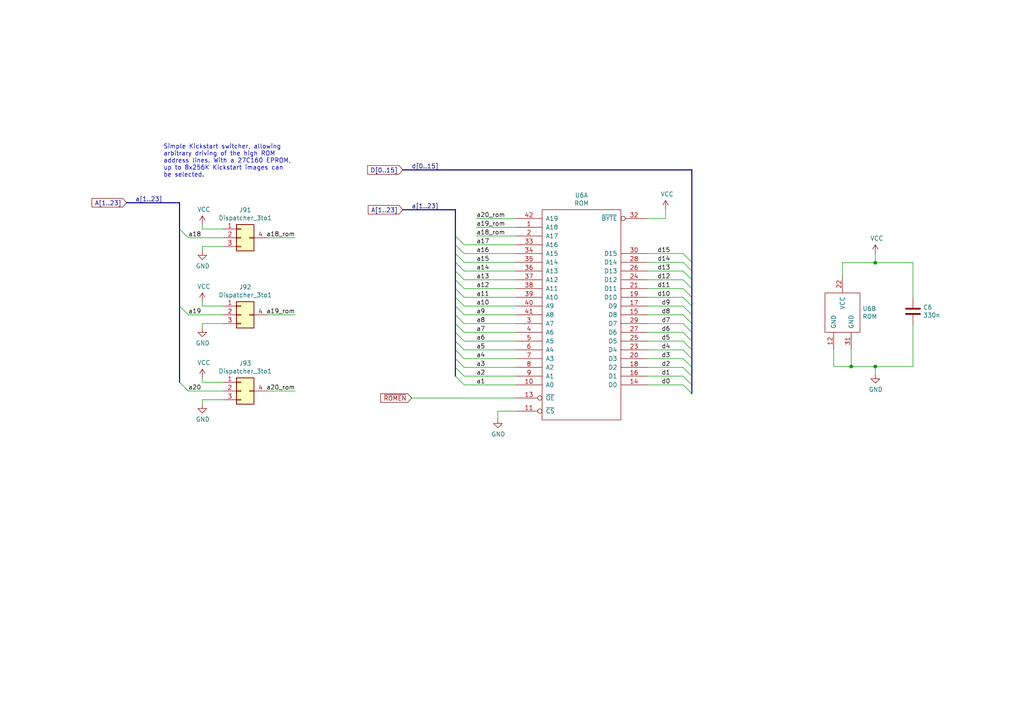
<source format=kicad_sch>
(kicad_sch (version 20250114) (generator "eeschema") (generator_version "9.0")
  (paper "A4")
  (title_block (title "Rämixx500") (date "2019-04-20") (rev "1") (company "SukkoPera") (comment 4 "Licensed under CC BY-NC-SA 4.0"))
  (lib_symbols
    (symbol "AMIGA_ROM:AMIGA_ROM" (pin_names (offset 1.016))
      (property "Reference" "U" (at 0 -2.54 0))
      (property "Value" "AMIGA_ROM" (at 0 2.54 0))
      (symbol "AMIGA_ROM_1_0"
        (rectangle (start -11.43 -30.48) (end 11.43 30.48))
      )
      (symbol "AMIGA_ROM_1_1"
        (pin input line (at -19.05 27.94 0) (length 7.62) (name "A19") (number "42"))
        (pin input line (at -19.05 25.4 0) (length 7.62) (name "A18") (number "1"))
        (pin input line (at -19.05 22.86 0) (length 7.62) (name "A17") (number "2"))
        (pin input line (at -19.05 20.32 0) (length 7.62) (name "A16") (number "33"))
        (pin input line (at -19.05 17.78 0) (length 7.62) (name "A15") (number "34"))
        (pin input line (at -19.05 15.24 0) (length 7.62) (name "A14") (number "35"))
        (pin input line (at -19.05 12.7 0) (length 7.62) (name "A13") (number "36"))
        (pin input line (at -19.05 10.16 0) (length 7.62) (name "A12") (number "37"))
        (pin input line (at -19.05 7.62 0) (length 7.62) (name "A11") (number "38"))
        (pin input line (at -19.05 5.08 0) (length 7.62) (name "A10") (number "39"))
        (pin input line (at -19.05 2.54 0) (length 7.62) (name "A9") (number "40"))
        (pin input line (at -19.05 0 0) (length 7.62) (name "A8") (number "41"))
        (pin input line (at -19.05 -2.54 0) (length 7.62) (name "A7") (number "3"))
        (pin input line (at -19.05 -5.08 0) (length 7.62) (name "A6") (number "4"))
        (pin input line (at -19.05 -7.62 0) (length 7.62) (name "A5") (number "5"))
        (pin input line (at -19.05 -10.16 0) (length 7.62) (name "A4") (number "6"))
        (pin input line (at -19.05 -12.7 0) (length 7.62) (name "A3") (number "7"))
        (pin input line (at -19.05 -15.24 0) (length 7.62) (name "A2") (number "8"))
        (pin input line (at -19.05 -17.78 0) (length 7.62) (name "A1") (number "9"))
        (pin input line (at -19.05 -20.32 0) (length 7.62) (name "A0") (number "10"))
        (pin input inverted (at -19.05 -24.13 0) (length 7.62) (name "~{OE}") (number "13"))
        (pin input inverted (at -19.05 -27.94 0) (length 7.62) (name "~{CS}") (number "11"))
        (pin input inverted (at 19.05 27.94 180) (length 7.62) (name "~{BYTE}") (number "32"))
        (pin tri_state line (at 19.05 17.78 180) (length 7.62) (name "D15") (number "30"))
        (pin tri_state line (at 19.05 15.24 180) (length 7.62) (name "D14") (number "28"))
        (pin tri_state line (at 19.05 12.7 180) (length 7.62) (name "D13") (number "26"))
        (pin tri_state line (at 19.05 10.16 180) (length 7.62) (name "D12") (number "24"))
        (pin tri_state line (at 19.05 7.62 180) (length 7.62) (name "D11") (number "21"))
        (pin tri_state line (at 19.05 5.08 180) (length 7.62) (name "D10") (number "19"))
        (pin tri_state line (at 19.05 2.54 180) (length 7.62) (name "D9") (number "17"))
        (pin tri_state line (at 19.05 0 180) (length 7.62) (name "D8") (number "15"))
        (pin tri_state line (at 19.05 -2.54 180) (length 7.62) (name "D7") (number "29"))
        (pin tri_state line (at 19.05 -5.08 180) (length 7.62) (name "D6") (number "27"))
        (pin tri_state line (at 19.05 -7.62 180) (length 7.62) (name "D5") (number "25"))
        (pin tri_state line (at 19.05 -10.16 180) (length 7.62) (name "D4") (number "23"))
        (pin tri_state line (at 19.05 -12.7 180) (length 7.62) (name "D3") (number "20"))
        (pin tri_state line (at 19.05 -15.24 180) (length 7.62) (name "D2") (number "18"))
        (pin tri_state line (at 19.05 -17.78 180) (length 7.62) (name "D1") (number "16"))
        (pin tri_state line (at 19.05 -20.32 180) (length 7.62) (name "D0") (number "14"))
      )
      (symbol "AMIGA_ROM_2_0"
        (rectangle (start -5.08 -5.08) (end 5.08 6.35))
      )
      (symbol "AMIGA_ROM_2_1"
        (pin power_in line (at -2.54 -10.16 90) (length 5.08) (name "GND") (number "12"))
        (pin power_in line (at 0 11.43 270) (length 5.08) (name "VCC") (number "22"))
        (pin power_in line (at 2.54 -10.16 90) (length 5.08) (name "GND") (number "31"))
      )
    )
    (symbol "Device:C" (pin_numbers (hide yes)) (pin_names (offset 0.254))
      (property "Reference" "C" (at 0.635 2.54 0))
      (property "Value" "C" (at 0.635 -2.54 0))
      (symbol "C_0_1"
        (polyline (pts (xy -2.032 0.762) (xy 2.032 0.762)) (stroke (width 0.508)))
        (polyline (pts (xy -2.032 -0.762) (xy 2.032 -0.762)) (stroke (width 0.508)))
      )
      (symbol "C_1_1"
        (pin passive line (at 0 3.81 270) (length 2.794) (name "~") (number "1"))
        (pin passive line (at 0 -3.81 90) (length 2.794) (name "~") (number "2"))
      )
    )
    (symbol "Dispatcher:Dispatcher_3to1" (pin_names (offset 1.016) (hide yes))
      (property "Reference" "J" (at 1.27 5.08 0))
      (property "Value" "Dispatcher_3to1" (at 1.27 -5.08 0))
      (symbol "Dispatcher_3to1_1_1"
        (rectangle (start -1.27 3.81) (end 3.81 -3.81) (stroke (width 0.254)) (fill (type background)))
        (rectangle (start -1.27 2.667) (end 0 2.413) (stroke (width 0.1524)))
        (rectangle (start -1.27 0.127) (end 0 -0.127) (stroke (width 0.1524)))
        (rectangle (start -1.27 -2.413) (end 0 -2.667) (stroke (width 0.1524)))
        (rectangle (start 3.81 0.127) (end 2.54 -0.127) (stroke (width 0.1524)))
        (pin passive line (at -5.08 2.54 0) (length 3.81) (name "In_1") (number "1"))
        (pin passive line (at -5.08 0 0) (length 3.81) (name "In_2") (number "2"))
        (pin passive line (at -5.08 -2.54 0) (length 3.81) (name "In_3") (number "3"))
        (pin passive line (at 7.62 0 180) (length 3.81) (name "Out") (number "4"))
      )
    )
    (symbol "power:GND" (power) (pin_numbers (hide yes)) (pin_names (offset 0) (hide yes))
      (property "Value" "GND" (at 0 -3.81 0))
      (symbol "GND_0_1"
        (polyline (pts (xy 0 0) (xy 0 -1.27) (xy 1.27 -1.27) (xy 0 -2.54) (xy -1.27 -1.27) (xy 0 -1.27)))
      )
      (symbol "GND_1_1"
        (pin power_in line (at 0 0 270) (length 0) (name "~") (number "1"))
      )
    )
    (symbol "power:VCC" (power) (pin_numbers (hide yes)) (pin_names (offset 0) (hide yes))
      (property "Value" "VCC" (at 0 3.556 0))
      (symbol "VCC_0_1"
        (polyline (pts (xy -0.762 1.27) (xy 0 2.54)))
        (polyline (pts (xy 0 2.54) (xy 0.762 1.27)))
        (polyline (pts (xy 0 0) (xy 0 2.54)))
      )
      (symbol "VCC_1_1"
        (pin power_in line (at 0 0 90) (length 0) (name "~") (number "1"))
      )
    )
  )
  (text "Simple Kickstart switcher, allowing\narbitrary driving of the high ROM\naddress lines. With a 27C160 EPROM,\nup to 8x256K Kickstart images can\nbe selected." (at 47.371 51.562 0) (effects (font (size 1.27 1.27)) (justify left bottom)))
  (junction (at 253.873 76.2))
  (junction (at 253.873 106.299))
  (junction (at 246.888 106.299))
  (bus_entry (at 198.12 76.073) (size 2.54 2.54))
  (bus_entry (at 198.12 104.013) (size 2.54 2.54))
  (bus_entry (at 134.62 73.533) (size -2.54 -2.54))
  (bus_entry (at 134.62 109.093) (size -2.54 -2.54))
  (bus_entry (at 134.62 86.233) (size -2.54 -2.54))
  (bus_entry (at 198.12 106.553) (size 2.54 2.54))
  (bus_entry (at 134.62 83.693) (size -2.54 -2.54))
  (bus_entry (at 134.62 81.153) (size -2.54 -2.54))
  (bus_entry (at 134.62 96.393) (size -2.54 -2.54))
  (bus_entry (at 198.12 93.853) (size 2.54 2.54))
  (bus_entry (at 198.12 78.613) (size 2.54 2.54))
  (bus_entry (at 134.62 76.073) (size -2.54 -2.54))
  (bus_entry (at 134.62 70.993) (size -2.54 -2.54))
  (bus_entry (at 134.62 88.773) (size -2.54 -2.54))
  (bus_entry (at 198.12 81.153) (size 2.54 2.54))
  (bus_entry (at 54.61 113.411) (size -2.54 -2.54))
  (bus_entry (at 134.62 111.633) (size -2.54 -2.54))
  (bus_entry (at 198.12 83.693) (size 2.54 2.54))
  (bus_entry (at 134.62 98.933) (size -2.54 -2.54))
  (bus_entry (at 54.61 91.313) (size -2.54 -2.54))
  (bus_entry (at 134.62 93.853) (size -2.54 -2.54))
  (bus_entry (at 198.12 109.093) (size 2.54 2.54))
  (bus_entry (at 134.62 101.473) (size -2.54 -2.54))
  (bus_entry (at 198.12 101.473) (size 2.54 2.54))
  (bus_entry (at 198.12 91.313) (size 2.54 2.54))
  (bus_entry (at 134.62 104.013) (size -2.54 -2.54))
  (bus_entry (at 134.62 91.313) (size -2.54 -2.54))
  (bus_entry (at 134.62 106.553) (size -2.54 -2.54))
  (bus_entry (at 198.12 98.933) (size 2.54 2.54))
  (bus_entry (at 198.12 111.633) (size 2.54 2.54))
  (bus_entry (at 134.62 78.613) (size -2.54 -2.54))
  (bus_entry (at 198.12 86.233) (size 2.54 2.54))
  (bus_entry (at 198.12 73.533) (size 2.54 2.54))
  (bus_entry (at 198.12 96.393) (size 2.54 2.54))
  (bus_entry (at 54.61 68.961) (size -2.54 -2.54))
  (bus_entry (at 198.12 88.773) (size 2.54 2.54))
  (wire (pts (xy 187.706 86.233) (xy 198.12 86.233)))
  (wire (pts (xy 264.795 76.2) (xy 264.795 86.487)))
  (bus (pts (xy 132.08 104.013) (xy 132.08 106.553)))
  (wire (pts (xy 241.808 106.299) (xy 241.808 101.473)))
  (wire (pts (xy 149.606 93.853) (xy 134.62 93.853)))
  (wire (pts (xy 244.348 79.883) (xy 244.348 76.2)))
  (wire (pts (xy 187.706 88.773) (xy 198.12 88.773)))
  (wire (pts (xy 187.706 91.313) (xy 198.12 91.313)))
  (bus (pts (xy 200.66 93.853) (xy 200.66 96.393)))
  (wire (pts (xy 54.61 68.961) (xy 64.77 68.961)))
  (wire (pts (xy 264.795 94.107) (xy 264.795 106.299)))
  (bus (pts (xy 132.08 60.833) (xy 116.84 60.833)))
  (wire (pts (xy 253.873 76.2) (xy 253.873 73.533)))
  (wire (pts (xy 149.606 86.233) (xy 134.62 86.233)))
  (wire (pts (xy 58.674 109.601) (xy 58.674 110.871)))
  (wire (pts (xy 54.61 113.411) (xy 64.77 113.411)))
  (wire (pts (xy 149.606 96.393) (xy 134.62 96.393)))
  (wire (pts (xy 149.606 70.993) (xy 134.62 70.993)))
  (wire (pts (xy 58.674 72.771) (xy 58.674 71.501)))
  (wire (pts (xy 246.888 101.473) (xy 246.888 106.299)))
  (wire (pts (xy 149.606 68.453) (xy 138.176 68.453)))
  (wire (pts (xy 149.606 63.373) (xy 138.176 63.373)))
  (wire (pts (xy 187.706 96.393) (xy 198.12 96.393)))
  (bus (pts (xy 52.07 58.801) (xy 36.703 58.801)))
  (wire (pts (xy 246.888 106.299) (xy 241.808 106.299)))
  (wire (pts (xy 149.606 106.553) (xy 134.62 106.553)))
  (wire (pts (xy 58.674 71.501) (xy 64.77 71.501)))
  (wire (pts (xy 58.674 117.221) (xy 58.674 115.951)))
  (bus (pts (xy 200.66 96.393) (xy 200.66 98.933)))
  (wire (pts (xy 187.706 83.693) (xy 198.12 83.693)))
  (wire (pts (xy 58.674 115.951) (xy 64.77 115.951)))
  (wire (pts (xy 58.674 93.853) (xy 64.77 93.853)))
  (wire (pts (xy 58.674 110.871) (xy 64.77 110.871)))
  (wire (pts (xy 149.606 98.933) (xy 134.62 98.933)))
  (wire (pts (xy 149.606 104.013) (xy 134.62 104.013)))
  (wire (pts (xy 187.706 78.613) (xy 198.12 78.613)))
  (wire (pts (xy 149.606 115.443) (xy 119.38 115.443)))
  (wire (pts (xy 149.606 73.533) (xy 134.62 73.533)))
  (wire (pts (xy 149.606 101.473) (xy 134.62 101.473)))
  (wire (pts (xy 149.606 65.913) (xy 138.176 65.913)))
  (wire (pts (xy 187.706 101.473) (xy 198.12 101.473)))
  (bus (pts (xy 132.08 81.153) (xy 132.08 83.693)))
  (bus (pts (xy 132.08 91.313) (xy 132.08 93.853)))
  (bus (pts (xy 200.66 83.693) (xy 200.66 86.233)))
  (wire (pts (xy 193.04 63.373) (xy 193.04 60.706)))
  (wire (pts (xy 149.606 83.693) (xy 134.62 83.693)))
  (bus (pts (xy 200.66 49.276) (xy 116.84 49.276)))
  (wire (pts (xy 149.606 78.613) (xy 134.62 78.613)))
  (wire (pts (xy 187.706 81.153) (xy 198.12 81.153)))
  (bus (pts (xy 200.66 109.093) (xy 200.66 111.633)))
  (wire (pts (xy 54.61 91.313) (xy 64.77 91.313)))
  (bus (pts (xy 132.08 78.613) (xy 132.08 81.153)))
  (wire (pts (xy 58.674 95.123) (xy 58.674 93.853)))
  (bus (pts (xy 200.66 49.276) (xy 200.66 76.073)))
  (wire (pts (xy 149.606 109.093) (xy 134.62 109.093)))
  (wire (pts (xy 187.706 63.373) (xy 193.04 63.373)))
  (wire (pts (xy 149.606 76.073) (xy 134.62 76.073)))
  (bus (pts (xy 132.08 68.453) (xy 132.08 70.993)))
  (bus (pts (xy 132.08 101.473) (xy 132.08 104.013)))
  (wire (pts (xy 253.873 76.2) (xy 264.795 76.2)))
  (wire (pts (xy 58.674 87.503) (xy 58.674 88.773)))
  (bus (pts (xy 132.08 93.853) (xy 132.08 96.393)))
  (bus (pts (xy 200.66 104.013) (xy 200.66 106.553)))
  (wire (pts (xy 149.606 91.313) (xy 134.62 91.313)))
  (wire (pts (xy 187.706 106.553) (xy 198.12 106.553)))
  (bus (pts (xy 200.66 98.933) (xy 200.66 101.473)))
  (wire (pts (xy 187.706 104.013) (xy 198.12 104.013)))
  (wire (pts (xy 85.598 68.961) (xy 77.47 68.961)))
  (wire (pts (xy 187.706 109.093) (xy 198.12 109.093)))
  (wire (pts (xy 149.606 88.773) (xy 134.62 88.773)))
  (wire (pts (xy 85.598 91.313) (xy 77.47 91.313)))
  (wire (pts (xy 187.706 76.073) (xy 198.12 76.073)))
  (bus (pts (xy 132.08 60.833) (xy 132.08 68.453)))
  (bus (pts (xy 132.08 86.233) (xy 132.08 88.773)))
  (bus (pts (xy 52.07 66.421) (xy 52.07 88.773)))
  (wire (pts (xy 187.706 93.853) (xy 198.12 93.853)))
  (bus (pts (xy 132.08 96.393) (xy 132.08 98.933)))
  (bus (pts (xy 132.08 83.693) (xy 132.08 86.233)))
  (bus (pts (xy 132.08 106.553) (xy 132.08 109.093)))
  (wire (pts (xy 253.873 108.585) (xy 253.873 106.299)))
  (wire (pts (xy 144.399 121.539) (xy 144.399 119.253)))
  (bus (pts (xy 200.66 101.473) (xy 200.66 104.013)))
  (bus (pts (xy 132.08 98.933) (xy 132.08 101.473)))
  (bus (pts (xy 52.07 58.801) (xy 52.07 66.421)))
  (bus (pts (xy 200.66 78.613) (xy 200.66 81.153)))
  (wire (pts (xy 58.674 65.151) (xy 58.674 66.421)))
  (bus (pts (xy 200.66 91.313) (xy 200.66 93.853)))
  (wire (pts (xy 85.598 113.411) (xy 77.47 113.411)))
  (wire (pts (xy 253.873 106.299) (xy 246.888 106.299)))
  (bus (pts (xy 132.08 88.773) (xy 132.08 91.313)))
  (bus (pts (xy 200.66 86.233) (xy 200.66 88.773)))
  (wire (pts (xy 58.674 66.421) (xy 64.77 66.421)))
  (bus (pts (xy 200.66 76.073) (xy 200.66 78.613)))
  (wire (pts (xy 58.674 88.773) (xy 64.77 88.773)))
  (wire (pts (xy 187.706 98.933) (xy 198.12 98.933)))
  (wire (pts (xy 144.399 119.253) (xy 149.606 119.253)))
  (wire (pts (xy 187.706 73.533) (xy 198.12 73.533)))
  (bus (pts (xy 200.66 111.633) (xy 200.66 114.173)))
  (bus (pts (xy 132.08 76.073) (xy 132.08 78.613)))
  (bus (pts (xy 132.08 73.533) (xy 132.08 76.073)))
  (wire (pts (xy 264.795 106.299) (xy 253.873 106.299)))
  (bus (pts (xy 52.07 88.773) (xy 52.07 110.871)))
  (bus (pts (xy 200.66 81.153) (xy 200.66 83.693)))
  (wire (pts (xy 187.706 111.633) (xy 198.12 111.633)))
  (wire (pts (xy 149.606 81.153) (xy 134.62 81.153)))
  (bus (pts (xy 200.66 88.773) (xy 200.66 91.313)))
  (wire (pts (xy 244.348 76.2) (xy 253.873 76.2)))
  (wire (pts (xy 149.606 111.633) (xy 134.62 111.633)))
  (bus (pts (xy 200.66 106.553) (xy 200.66 109.093)))
  (bus (pts (xy 132.08 70.993) (xy 132.08 73.533)))
  (label "d[0..15]" (at 119.38 49.276 0))
  (label "d1" (at 194.437 109.093 180))
  (label "a18" (at 54.61 68.961 0))
  (label "d6" (at 194.437 96.393 180))
  (label "a12" (at 138.176 83.693 0))
  (label "a7" (at 138.176 96.393 0))
  (label "d12" (at 194.437 81.153 180))
  (label "d10" (at 194.437 86.233 180))
  (label "a19_rom" (at 138.176 65.913 0))
  (label "a19" (at 54.61 91.313 0))
  (label "d11" (at 194.437 83.693 180))
  (label "d5" (at 194.437 98.933 180))
  (label "a13" (at 138.176 81.153 0))
  (label "a19_rom" (at 85.598 91.313 180))
  (label "a20_rom" (at 138.176 63.373 0))
  (label "d13" (at 194.437 78.613 180))
  (label "d2" (at 194.437 106.553 180))
  (label "a18_rom" (at 138.176 68.453 0))
  (label "a[1..23]" (at 119.38 60.833 0))
  (label "d4" (at 194.437 101.473 180))
  (label "a20_rom" (at 85.598 113.411 180))
  (label "a4" (at 138.176 104.013 0))
  (label "d9" (at 194.437 88.773 180))
  (label "a16" (at 138.176 73.533 0))
  (label "d0" (at 194.437 111.633 180))
  (label "d14" (at 194.437 76.073 180))
  (label "d7" (at 194.437 93.853 180))
  (label "d8" (at 194.437 91.313 180))
  (label "a1" (at 138.176 111.633 0))
  (label "a[1..23]" (at 39.243 58.801 0))
  (label "a10" (at 138.176 88.773 0))
  (label "a8" (at 138.176 93.853 0))
  (label "a15" (at 138.176 76.073 0))
  (label "a6" (at 138.176 98.933 0))
  (label "d3" (at 194.437 104.013 180))
  (label "a11" (at 138.176 86.233 0))
  (label "a20" (at 54.61 113.411 0))
  (label "a3" (at 138.176 106.553 0))
  (label "a9" (at 138.176 91.313 0))
  (label "a17" (at 138.176 70.993 0))
  (label "a2" (at 138.176 109.093 0))
  (label "a14" (at 138.176 78.613 0))
  (label "a18_rom" (at 85.598 68.961 180))
  (label "a5" (at 138.176 101.473 0))
  (label "d15" (at 194.437 73.533 180))
  (global_label "A[1..23]" (shape input) (at 36.703 58.801 180) (property "Intersheetrefs" "${INTERSHEET_REFS}" (effects (hide yes))))
  (global_label "~{ROMEN}" (shape input) (at 119.38 115.443 180) (property "Intersheetrefs" "${INTERSHEET_REFS}" (effects (hide yes))))
  (global_label "D[0..15]" (shape input) (at 116.84 49.276 180) (property "Intersheetrefs" "${INTERSHEET_REFS}" (effects (hide yes))))
  (global_label "A[1..23]" (shape input) (at 116.84 60.833 180) (property "Intersheetrefs" "${INTERSHEET_REFS}" (effects (hide yes))))
  (symbol (lib_id "AMIGA_ROM:AMIGA_ROM") (at 168.656 91.313 0) (unit 1)
    (property "Reference" "U6" (at 168.656 56.642 0))
    (property "Value" "ROM" (at 168.656 58.9534 0))
    (property "Footprint" "Package_DIP:DIP-42_W15.24mm_Socket_LongPads" (effects (hide yes)))
    (property "Datasheet" "DOCUMENTATION" (effects (hide yes)))
    (property "Section" "ROM" (effects (hide yes)))
    (property "Required" "Y" (effects (hide yes)))
  )
  (symbol (lib_id "power:VCC") (at 193.04 60.706 0) (unit 1)
    (property "Reference" "#PWR0196" (effects (hide yes)))
    (property "Value" "VCC" (at 193.4718 56.3118 0))
  )
  (symbol (lib_id "power:GND") (at 144.399 121.539 0) (unit 1)
    (property "Reference" "#PWR0197" (effects (hide yes)))
    (property "Value" "GND" (at 144.526 125.9332 0))
  )
  (symbol (lib_id "AMIGA_ROM:AMIGA_ROM") (at 244.348 91.313 0) (unit 2)
    (property "Reference" "U6" (at 250.1392 89.5096 0) (effects (justify left)))
    (property "Value" "ROM" (at 250.1392 91.821 0) (effects (justify left)))
    (property "Footprint" "Package_DIP:DIP-42_W15.24mm_Socket_LongPads" (effects (hide yes)))
    (property "Datasheet" "DOCUMENTATION" (effects (hide yes)))
    (property "Section" "ROM" (effects (hide yes)))
    (property "Required" "Y" (effects (hide yes)))
  )
  (symbol (lib_id "power:GND") (at 253.873 108.585 0) (unit 1)
    (property "Reference" "#PWR0198" (effects (hide yes)))
    (property "Value" "GND" (at 254 112.9792 0))
  )
  (symbol (lib_id "power:VCC") (at 253.873 73.533 0) (unit 1)
    (property "Reference" "#PWR0199" (effects (hide yes)))
    (property "Value" "VCC" (at 254.3048 69.1388 0))
  )
  (symbol (lib_id "Device:C") (at 264.795 90.297 0) (unit 1)
    (property "Reference" "C6" (at 267.716 89.1286 0) (effects (justify left)))
    (property "Value" "330n" (at 267.716 91.44 0) (effects (justify left)))
    (property "Footprint" "Raemixx500:C_Axial_L6.3mm_D2.5mm_P10.16mm" (effects (hide yes)))
    (property "MFG Name" "KEMET" (effects (hide yes)))
    (property "MFG Part Num" "C412C334M5U5TA" (effects (hide yes)))
    (property "Cost" "0.078" (effects (hide yes)))
    (property "Required" "R" (effects (hide yes)))
  )
  (symbol (lib_id "power:VCC") (at 58.674 65.151 0) (unit 1)
    (property "Reference" "#PWR0270" (effects (hide yes)))
    (property "Value" "VCC" (at 59.1058 60.7568 0))
  )
  (symbol (lib_id "power:GND") (at 58.674 72.771 0) (unit 1)
    (property "Reference" "#PWR0274" (effects (hide yes)))
    (property "Value" "GND" (at 58.801 77.1652 0))
  )
  (symbol (lib_id "Dispatcher:Dispatcher_3to1") (at 69.85 68.961 0) (unit 1)
    (property "Reference" "J91" (at 71.12 60.9092 0))
    (property "Value" "Dispatcher_3to1" (at 71.12 63.2206 0))
    (property "Footprint" "Raemixx500:Dispatcher_3to1" (effects (hide yes)))
  )
  (symbol (lib_id "power:VCC") (at 58.674 87.503 0) (unit 1)
    (property "Reference" "#PWR0275" (effects (hide yes)))
    (property "Value" "VCC" (at 59.1058 83.1088 0))
  )
  (symbol (lib_id "power:GND") (at 58.674 95.123 0) (unit 1)
    (property "Reference" "#PWR0276" (effects (hide yes)))
    (property "Value" "GND" (at 58.801 99.5172 0))
  )
  (symbol (lib_id "Dispatcher:Dispatcher_3to1") (at 69.85 91.313 0) (unit 1)
    (property "Reference" "J92" (at 71.12 83.2612 0))
    (property "Value" "Dispatcher_3to1" (at 71.12 85.5726 0))
    (property "Footprint" "Raemixx500:Dispatcher_3to1" (effects (hide yes)))
  )
  (symbol (lib_id "power:VCC") (at 58.674 109.601 0) (unit 1)
    (property "Reference" "#PWR0277" (effects (hide yes)))
    (property "Value" "VCC" (at 59.1058 105.2068 0))
  )
  (symbol (lib_id "power:GND") (at 58.674 117.221 0) (unit 1)
    (property "Reference" "#PWR0278" (effects (hide yes)))
    (property "Value" "GND" (at 58.801 121.6152 0))
  )
  (symbol (lib_id "Dispatcher:Dispatcher_3to1") (at 69.85 113.411 0) (unit 1)
    (property "Reference" "J93" (at 71.12 105.3592 0))
    (property "Value" "Dispatcher_3to1" (at 71.12 107.6706 0))
    (property "Footprint" "Raemixx500:Dispatcher_3to1" (effects (hide yes)))
  )
)
</source>
